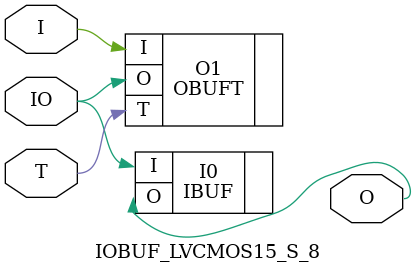
<source format=v>


`timescale  1 ps / 1 ps


module IOBUF_LVCMOS15_S_8 (O, IO, I, T);

    output O;

    inout  IO;

    input  I, T;

        OBUFT #(.IOSTANDARD("LVCMOS15"), .SLEW("SLOW"), .DRIVE(8)) O1 (.O(IO), .I(I), .T(T)); 
	IBUF #(.IOSTANDARD("LVCMOS15"))  I0 (.O(O), .I(IO));
        

endmodule



</source>
